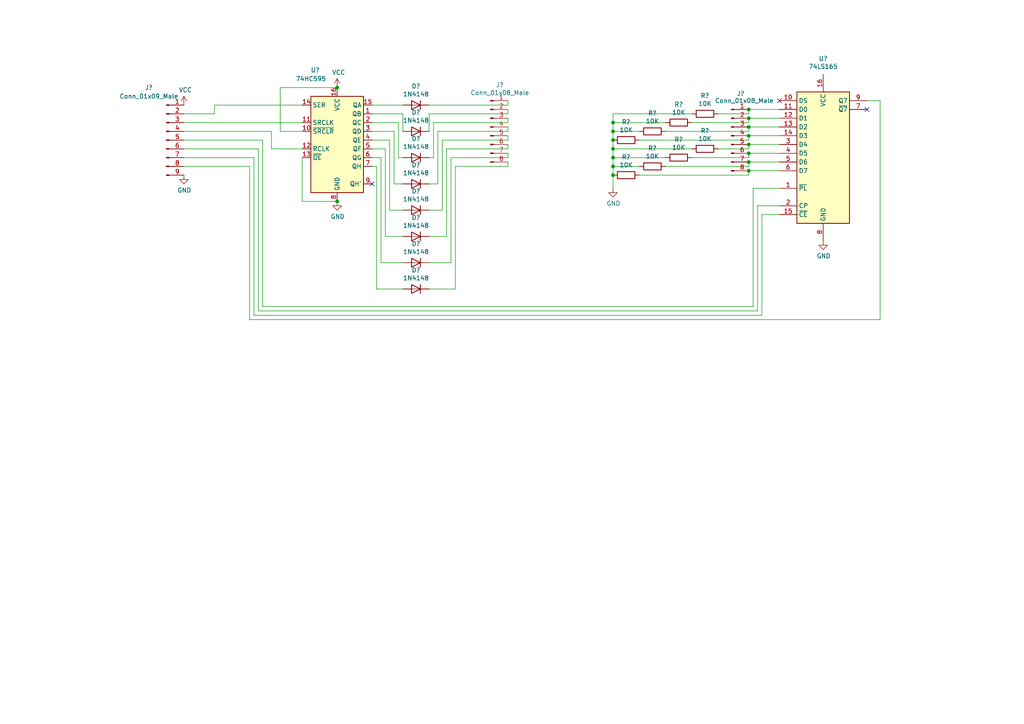
<source format=kicad_sch>
(kicad_sch (version 20211123) (generator eeschema)
  (paper "A4")
  (lib_symbols
    (symbol "74xx:74HC595"
      (property "Reference" "U" (at -7.62 13.97 0))
      (property "Value" "74HC595" (at -7.62 -16.51 0))
      (symbol "74HC595_1_0"
        (pin tri_state line (at 10.16 7.62 180) (length 2.54) (name "QB") (number "1"))
        (pin input line (at -10.16 2.54 0) (length 2.54) (name "~{SRCLR}") (number "10"))
        (pin input line (at -10.16 5.08 0) (length 2.54) (name "SRCLK") (number "11"))
        (pin input line (at -10.16 -2.54 0) (length 2.54) (name "RCLK") (number "12"))
        (pin input line (at -10.16 -5.08 0) (length 2.54) (name "~{OE}") (number "13"))
        (pin input line (at -10.16 10.16 0) (length 2.54) (name "SER") (number "14"))
        (pin tri_state line (at 10.16 10.16 180) (length 2.54) (name "QA") (number "15"))
        (pin power_in line (at 0 15.24 270) (length 2.54) (name "VCC") (number "16"))
        (pin tri_state line (at 10.16 5.08 180) (length 2.54) (name "QC") (number "2"))
        (pin tri_state line (at 10.16 2.54 180) (length 2.54) (name "QD") (number "3"))
        (pin tri_state line (at 10.16 0 180) (length 2.54) (name "QE") (number "4"))
        (pin tri_state line (at 10.16 -2.54 180) (length 2.54) (name "QF") (number "5"))
        (pin tri_state line (at 10.16 -5.08 180) (length 2.54) (name "QG") (number "6"))
        (pin tri_state line (at 10.16 -7.62 180) (length 2.54) (name "QH") (number "7"))
        (pin power_in line (at 0 -17.78 90) (length 2.54) (name "GND") (number "8"))
        (pin output line (at 10.16 -12.7 180) (length 2.54) (name "QH'") (number "9"))
      )
      (symbol "74HC595_1_1"
        (rectangle (start -7.62 12.7) (end 7.62 -15.24) (stroke (width 0.254)) (fill (type background)))
      )
    )
    (symbol "74xx:74LS165"
      (property "Reference" "U" (at -7.62 19.05 0))
      (property "Value" "74LS165" (at -7.62 -21.59 0))
      (symbol "74LS165_1_0"
        (pin input line (at -12.7 -10.16 0) (length 5.08) (name "~{PL}") (number "1"))
        (pin input line (at -12.7 15.24 0) (length 5.08) (name "DS") (number "10"))
        (pin input line (at -12.7 12.7 0) (length 5.08) (name "D0") (number "11"))
        (pin input line (at -12.7 10.16 0) (length 5.08) (name "D1") (number "12"))
        (pin input line (at -12.7 7.62 0) (length 5.08) (name "D2") (number "13"))
        (pin input line (at -12.7 5.08 0) (length 5.08) (name "D3") (number "14"))
        (pin input line (at -12.7 -17.78 0) (length 5.08) (name "~{CE}") (number "15"))
        (pin power_in line (at 0 22.86 270) (length 5.08) (name "VCC") (number "16"))
        (pin input line (at -12.7 -15.24 0) (length 5.08) (name "CP") (number "2"))
        (pin input line (at -12.7 2.54 0) (length 5.08) (name "D4") (number "3"))
        (pin input line (at -12.7 0 0) (length 5.08) (name "D5") (number "4"))
        (pin input line (at -12.7 -2.54 0) (length 5.08) (name "D6") (number "5"))
        (pin input line (at -12.7 -5.08 0) (length 5.08) (name "D7") (number "6"))
        (pin output line (at 12.7 12.7 180) (length 5.08) (name "~{Q7}") (number "7"))
        (pin power_in line (at 0 -25.4 90) (length 5.08) (name "GND") (number "8"))
        (pin output line (at 12.7 15.24 180) (length 5.08) (name "Q7") (number "9"))
      )
      (symbol "74LS165_1_1"
        (rectangle (start -7.62 17.78) (end 7.62 -20.32) (stroke (width 0.254)) (fill (type background)))
      )
    )
    (symbol "Connector:Conn_01x08_Male" (pin_names (offset 1.016) hide)
      (property "Reference" "J" (at 0 10.16 0))
      (property "Value" "Conn_01x08_Male" (at 0 -12.7 0))
      (symbol "Conn_01x08_Male_1_1"
        (polyline (pts (xy 1.27 -10.16) (xy 0.8636 -10.16)) (stroke (width 0.1524)))
        (polyline (pts (xy 1.27 -7.62) (xy 0.8636 -7.62)) (stroke (width 0.1524)))
        (polyline (pts (xy 1.27 -5.08) (xy 0.8636 -5.08)) (stroke (width 0.1524)))
        (polyline (pts (xy 1.27 -2.54) (xy 0.8636 -2.54)) (stroke (width 0.1524)))
        (polyline (pts (xy 1.27 0) (xy 0.8636 0)) (stroke (width 0.1524)))
        (polyline (pts (xy 1.27 2.54) (xy 0.8636 2.54)) (stroke (width 0.1524)))
        (polyline (pts (xy 1.27 5.08) (xy 0.8636 5.08)) (stroke (width 0.1524)))
        (polyline (pts (xy 1.27 7.62) (xy 0.8636 7.62)) (stroke (width 0.1524)))
        (rectangle (start 0.8636 -10.033) (end 0 -10.287) (stroke (width 0.1524)) (fill (type outline)))
        (rectangle (start 0.8636 -7.493) (end 0 -7.747) (stroke (width 0.1524)) (fill (type outline)))
        (rectangle (start 0.8636 -4.953) (end 0 -5.207) (stroke (width 0.1524)) (fill (type outline)))
        (rectangle (start 0.8636 -2.413) (end 0 -2.667) (stroke (width 0.1524)) (fill (type outline)))
        (rectangle (start 0.8636 0.127) (end 0 -0.127) (stroke (width 0.1524)) (fill (type outline)))
        (rectangle (start 0.8636 2.667) (end 0 2.413) (stroke (width 0.1524)) (fill (type outline)))
        (rectangle (start 0.8636 5.207) (end 0 4.953) (stroke (width 0.1524)) (fill (type outline)))
        (rectangle (start 0.8636 7.747) (end 0 7.493) (stroke (width 0.1524)) (fill (type outline)))
        (pin passive line (at 5.08 7.62 180) (length 3.81) (name "Pin_1") (number "1"))
        (pin passive line (at 5.08 5.08 180) (length 3.81) (name "Pin_2") (number "2"))
        (pin passive line (at 5.08 2.54 180) (length 3.81) (name "Pin_3") (number "3"))
        (pin passive line (at 5.08 0 180) (length 3.81) (name "Pin_4") (number "4"))
        (pin passive line (at 5.08 -2.54 180) (length 3.81) (name "Pin_5") (number "5"))
        (pin passive line (at 5.08 -5.08 180) (length 3.81) (name "Pin_6") (number "6"))
        (pin passive line (at 5.08 -7.62 180) (length 3.81) (name "Pin_7") (number "7"))
        (pin passive line (at 5.08 -10.16 180) (length 3.81) (name "Pin_8") (number "8"))
      )
    )
    (symbol "Connector:Conn_01x09_Male" (pin_names (offset 1.016) hide)
      (property "Reference" "J" (at 0 12.7 0))
      (property "Value" "Conn_01x09_Male" (at 0 -12.7 0))
      (symbol "Conn_01x09_Male_1_1"
        (polyline (pts (xy 1.27 -10.16) (xy 0.8636 -10.16)) (stroke (width 0.1524)))
        (polyline (pts (xy 1.27 -7.62) (xy 0.8636 -7.62)) (stroke (width 0.1524)))
        (polyline (pts (xy 1.27 -5.08) (xy 0.8636 -5.08)) (stroke (width 0.1524)))
        (polyline (pts (xy 1.27 -2.54) (xy 0.8636 -2.54)) (stroke (width 0.1524)))
        (polyline (pts (xy 1.27 0) (xy 0.8636 0)) (stroke (width 0.1524)))
        (polyline (pts (xy 1.27 2.54) (xy 0.8636 2.54)) (stroke (width 0.1524)))
        (polyline (pts (xy 1.27 5.08) (xy 0.8636 5.08)) (stroke (width 0.1524)))
        (polyline (pts (xy 1.27 7.62) (xy 0.8636 7.62)) (stroke (width 0.1524)))
        (polyline (pts (xy 1.27 10.16) (xy 0.8636 10.16)) (stroke (width 0.1524)))
        (rectangle (start 0.8636 -10.033) (end 0 -10.287) (stroke (width 0.1524)) (fill (type outline)))
        (rectangle (start 0.8636 -7.493) (end 0 -7.747) (stroke (width 0.1524)) (fill (type outline)))
        (rectangle (start 0.8636 -4.953) (end 0 -5.207) (stroke (width 0.1524)) (fill (type outline)))
        (rectangle (start 0.8636 -2.413) (end 0 -2.667) (stroke (width 0.1524)) (fill (type outline)))
        (rectangle (start 0.8636 0.127) (end 0 -0.127) (stroke (width 0.1524)) (fill (type outline)))
        (rectangle (start 0.8636 2.667) (end 0 2.413) (stroke (width 0.1524)) (fill (type outline)))
        (rectangle (start 0.8636 5.207) (end 0 4.953) (stroke (width 0.1524)) (fill (type outline)))
        (rectangle (start 0.8636 7.747) (end 0 7.493) (stroke (width 0.1524)) (fill (type outline)))
        (rectangle (start 0.8636 10.287) (end 0 10.033) (stroke (width 0.1524)) (fill (type outline)))
        (pin passive line (at 5.08 10.16 180) (length 3.81) (name "Pin_1") (number "1"))
        (pin passive line (at 5.08 7.62 180) (length 3.81) (name "Pin_2") (number "2"))
        (pin passive line (at 5.08 5.08 180) (length 3.81) (name "Pin_3") (number "3"))
        (pin passive line (at 5.08 2.54 180) (length 3.81) (name "Pin_4") (number "4"))
        (pin passive line (at 5.08 0 180) (length 3.81) (name "Pin_5") (number "5"))
        (pin passive line (at 5.08 -2.54 180) (length 3.81) (name "Pin_6") (number "6"))
        (pin passive line (at 5.08 -5.08 180) (length 3.81) (name "Pin_7") (number "7"))
        (pin passive line (at 5.08 -7.62 180) (length 3.81) (name "Pin_8") (number "8"))
        (pin passive line (at 5.08 -10.16 180) (length 3.81) (name "Pin_9") (number "9"))
      )
    )
    (symbol "Device:R" (pin_numbers hide) (pin_names (offset 0))
      (property "Reference" "R" (at 2.032 0 90))
      (property "Value" "R" (at 0 0 90))
      (symbol "R_0_1"
        (rectangle (start -1.016 -2.54) (end 1.016 2.54) (stroke (width 0.254)))
      )
      (symbol "R_1_1"
        (pin passive line (at 0 3.81 270) (length 1.27) (name "~") (number "1"))
        (pin passive line (at 0 -3.81 90) (length 1.27) (name "~") (number "2"))
      )
    )
    (symbol "Diode:1N4148" (pin_numbers hide) (pin_names (offset 1.016) hide)
      (property "Reference" "D" (at 0 2.54 0))
      (property "Value" "1N4148" (at 0 -2.54 0))
      (symbol "1N4148_0_1"
        (polyline (pts (xy -1.27 1.27) (xy -1.27 -1.27)) (stroke (width 0.254)))
        (polyline (pts (xy 1.27 0) (xy -1.27 0)))
        (polyline (pts (xy 1.27 1.27) (xy 1.27 -1.27) (xy -1.27 0) (xy 1.27 1.27)) (stroke (width 0.254)))
      )
      (symbol "1N4148_1_1"
        (pin passive line (at -3.81 0 0) (length 2.54) (name "K") (number "1"))
        (pin passive line (at 3.81 0 180) (length 2.54) (name "A") (number "2"))
      )
    )
    (symbol "power:GND" (power) (pin_names (offset 0))
      (property "Value" "GND" (at 0 -3.81 0))
      (symbol "GND_0_1"
        (polyline (pts (xy 0 0) (xy 0 -1.27) (xy 1.27 -1.27) (xy 0 -2.54) (xy -1.27 -1.27) (xy 0 -1.27)))
      )
      (symbol "GND_1_1"
        (pin power_in line (at 0 0 270) (length 0) hide (name "GND") (number "1"))
      )
    )
    (symbol "power:VCC" (power) (pin_names (offset 0))
      (property "Value" "VCC" (at 0 3.81 0))
      (symbol "VCC_0_1"
        (polyline (pts (xy -0.762 1.27) (xy 0 2.54)))
        (polyline (pts (xy 0 0) (xy 0 2.54)))
        (polyline (pts (xy 0 2.54) (xy 0.762 1.27)))
      )
      (symbol "VCC_1_1"
        (pin power_in line (at 0 0 90) (length 0) hide (name "VCC") (number "1"))
      )
    )
  )
  (junction (at 217.17 41.91))
  (junction (at 217.17 44.45))
  (junction (at 177.8 45.72))
  (junction (at 177.8 40.64))
  (junction (at 217.17 49.53))
  (junction (at 217.17 46.99))
  (junction (at 97.79 58.42))
  (junction (at 177.8 50.8))
  (junction (at 177.8 35.56))
  (junction (at 177.8 38.1))
  (junction (at 217.17 39.37))
  (junction (at 177.8 48.26))
  (junction (at 97.79 25.4))
  (junction (at 177.8 43.18))
  (junction (at 217.17 36.83))
  (junction (at 217.17 31.75))
  (junction (at 217.17 34.29))
  (no_connect (at 107.95 53.34))
  (no_connect (at 251.46 31.75))
  (no_connect (at 226.06 29.21))
  (wire (pts (xy 107.95 35.56) (xy 115.57 35.56)))
  (wire (pts (xy 111.76 68.58) (xy 116.84 68.58)))
  (wire (pts (xy 147.32 40.64) (xy 147.32 39.37)))
  (wire (pts (xy 226.06 36.83) (xy 217.17 36.83)))
  (wire (pts (xy 81.28 38.1) (xy 81.28 25.4)))
  (wire (pts (xy 129.54 68.58) (xy 129.54 43.18)))
  (wire (pts (xy 124.46 76.2) (xy 130.81 76.2)))
  (wire (pts (xy 78.74 38.1) (xy 53.34 38.1)))
  (wire (pts (xy 217.17 34.29) (xy 217.17 35.56)))
  (wire (pts (xy 87.63 45.72) (xy 87.63 58.42)))
  (wire (pts (xy 217.17 48.26) (xy 217.17 46.99)))
  (wire (pts (xy 76.2 88.9) (xy 76.2 40.64)))
  (wire (pts (xy 110.49 76.2) (xy 116.84 76.2)))
  (wire (pts (xy 124.46 45.72) (xy 125.73 45.72)))
  (wire (pts (xy 124.46 68.58) (xy 129.54 68.58)))
  (wire (pts (xy 177.8 33.02) (xy 177.8 35.56)))
  (wire (pts (xy 76.2 40.64) (xy 53.34 40.64)))
  (wire (pts (xy 116.84 33.02) (xy 116.84 38.1)))
  (wire (pts (xy 109.22 48.26) (xy 109.22 83.82)))
  (wire (pts (xy 147.32 33.02) (xy 147.32 31.75)))
  (wire (pts (xy 219.71 59.69) (xy 226.06 59.69)))
  (wire (pts (xy 72.39 92.71) (xy 72.39 48.26)))
  (wire (pts (xy 177.8 45.72) (xy 177.8 43.18)))
  (wire (pts (xy 177.8 33.02) (xy 200.66 33.02)))
  (wire (pts (xy 113.03 60.96) (xy 116.84 60.96)))
  (wire (pts (xy 217.17 50.8) (xy 185.42 50.8)))
  (wire (pts (xy 129.54 43.18) (xy 147.32 43.18)))
  (wire (pts (xy 107.95 48.26) (xy 109.22 48.26)))
  (wire (pts (xy 109.22 83.82) (xy 116.84 83.82)))
  (wire (pts (xy 124.46 53.34) (xy 127 53.34)))
  (wire (pts (xy 217.17 39.37) (xy 226.06 39.37)))
  (wire (pts (xy 193.04 45.72) (xy 177.8 45.72)))
  (wire (pts (xy 185.42 48.26) (xy 177.8 48.26)))
  (wire (pts (xy 217.17 34.29) (xy 226.06 34.29)))
  (wire (pts (xy 220.98 62.23) (xy 226.06 62.23)))
  (wire (pts (xy 251.46 29.21) (xy 255.27 29.21)))
  (wire (pts (xy 177.8 50.8) (xy 177.8 48.26)))
  (wire (pts (xy 200.66 43.18) (xy 177.8 43.18)))
  (wire (pts (xy 62.23 33.02) (xy 53.34 33.02)))
  (wire (pts (xy 255.27 29.21) (xy 255.27 92.71)))
  (wire (pts (xy 218.44 54.61) (xy 226.06 54.61)))
  (wire (pts (xy 217.17 44.45) (xy 226.06 44.45)))
  (wire (pts (xy 113.03 40.64) (xy 113.03 60.96)))
  (wire (pts (xy 128.27 60.96) (xy 128.27 40.64)))
  (wire (pts (xy 114.3 53.34) (xy 116.84 53.34)))
  (wire (pts (xy 132.08 83.82) (xy 132.08 48.26)))
  (wire (pts (xy 177.8 43.18) (xy 177.8 40.64)))
  (wire (pts (xy 110.49 45.72) (xy 110.49 76.2)))
  (wire (pts (xy 87.63 30.48) (xy 62.23 30.48)))
  (wire (pts (xy 72.39 48.26) (xy 53.34 48.26)))
  (wire (pts (xy 87.63 43.18) (xy 78.74 43.18)))
  (wire (pts (xy 218.44 88.9) (xy 218.44 54.61)))
  (wire (pts (xy 217.17 31.75) (xy 226.06 31.75)))
  (wire (pts (xy 220.98 91.44) (xy 220.98 62.23)))
  (wire (pts (xy 73.66 91.44) (xy 73.66 45.72)))
  (wire (pts (xy 217.17 35.56) (xy 200.66 35.56)))
  (wire (pts (xy 72.39 92.71) (xy 255.27 92.71)))
  (wire (pts (xy 217.17 36.83) (xy 217.17 38.1)))
  (wire (pts (xy 130.81 45.72) (xy 147.32 45.72)))
  (wire (pts (xy 73.66 45.72) (xy 53.34 45.72)))
  (wire (pts (xy 217.17 49.53) (xy 226.06 49.53)))
  (wire (pts (xy 73.66 91.44) (xy 220.98 91.44)))
  (wire (pts (xy 177.8 48.26) (xy 177.8 45.72)))
  (wire (pts (xy 217.17 50.8) (xy 217.17 49.53)))
  (wire (pts (xy 147.32 35.56) (xy 147.32 34.29)))
  (wire (pts (xy 128.27 40.64) (xy 147.32 40.64)))
  (wire (pts (xy 107.95 43.18) (xy 111.76 43.18)))
  (wire (pts (xy 177.8 38.1) (xy 177.8 40.64)))
  (wire (pts (xy 217.17 43.18) (xy 217.17 41.91)))
  (wire (pts (xy 81.28 25.4) (xy 97.79 25.4)))
  (wire (pts (xy 115.57 45.72) (xy 116.84 45.72)))
  (wire (pts (xy 217.17 33.02) (xy 208.28 33.02)))
  (wire (pts (xy 74.93 43.18) (xy 53.34 43.18)))
  (wire (pts (xy 114.3 38.1) (xy 114.3 53.34)))
  (wire (pts (xy 147.32 48.26) (xy 147.32 46.99)))
  (wire (pts (xy 147.32 38.1) (xy 147.32 36.83)))
  (wire (pts (xy 147.32 43.18) (xy 147.32 41.91)))
  (wire (pts (xy 177.8 35.56) (xy 177.8 38.1)))
  (wire (pts (xy 87.63 58.42) (xy 97.79 58.42)))
  (wire (pts (xy 219.71 90.17) (xy 219.71 59.69)))
  (wire (pts (xy 217.17 39.37) (xy 217.17 40.64)))
  (wire (pts (xy 217.17 40.64) (xy 185.42 40.64)))
  (wire (pts (xy 87.63 38.1) (xy 81.28 38.1)))
  (wire (pts (xy 147.32 30.48) (xy 147.32 29.21)))
  (wire (pts (xy 107.95 40.64) (xy 113.03 40.64)))
  (wire (pts (xy 132.08 48.26) (xy 147.32 48.26)))
  (wire (pts (xy 87.63 35.56) (xy 53.34 35.56)))
  (wire (pts (xy 111.76 43.18) (xy 111.76 68.58)))
  (wire (pts (xy 217.17 48.26) (xy 193.04 48.26)))
  (wire (pts (xy 217.17 45.72) (xy 200.66 45.72)))
  (wire (pts (xy 107.95 38.1) (xy 114.3 38.1)))
  (wire (pts (xy 217.17 31.75) (xy 217.17 33.02)))
  (wire (pts (xy 177.8 54.61) (xy 177.8 50.8)))
  (wire (pts (xy 107.95 45.72) (xy 110.49 45.72)))
  (wire (pts (xy 74.93 90.17) (xy 219.71 90.17)))
  (wire (pts (xy 125.73 35.56) (xy 147.32 35.56)))
  (wire (pts (xy 124.46 83.82) (xy 132.08 83.82)))
  (wire (pts (xy 124.46 38.1) (xy 124.46 33.02)))
  (wire (pts (xy 226.06 46.99) (xy 217.17 46.99)))
  (wire (pts (xy 74.93 90.17) (xy 74.93 43.18)))
  (wire (pts (xy 124.46 33.02) (xy 147.32 33.02)))
  (wire (pts (xy 127 38.1) (xy 147.32 38.1)))
  (wire (pts (xy 217.17 45.72) (xy 217.17 44.45)))
  (wire (pts (xy 62.23 30.48) (xy 62.23 33.02)))
  (wire (pts (xy 193.04 35.56) (xy 177.8 35.56)))
  (wire (pts (xy 107.95 30.48) (xy 116.84 30.48)))
  (wire (pts (xy 124.46 60.96) (xy 128.27 60.96)))
  (wire (pts (xy 125.73 45.72) (xy 125.73 35.56)))
  (wire (pts (xy 124.46 30.48) (xy 147.32 30.48)))
  (wire (pts (xy 147.32 45.72) (xy 147.32 44.45)))
  (wire (pts (xy 217.17 38.1) (xy 193.04 38.1)))
  (wire (pts (xy 127 53.34) (xy 127 38.1)))
  (wire (pts (xy 185.42 38.1) (xy 177.8 38.1)))
  (wire (pts (xy 78.74 43.18) (xy 78.74 38.1)))
  (wire (pts (xy 217.17 43.18) (xy 208.28 43.18)))
  (wire (pts (xy 226.06 41.91) (xy 217.17 41.91)))
  (wire (pts (xy 76.2 88.9) (xy 218.44 88.9)))
  (wire (pts (xy 115.57 35.56) (xy 115.57 45.72)))
  (wire (pts (xy 107.95 33.02) (xy 116.84 33.02)))
  (wire (pts (xy 130.81 76.2) (xy 130.81 45.72)))
  (symbol (lib_id "74xx:74HC595") (at 97.79 40.64 0) (unit 1)
    (property "Reference" "U?" (at 91.44 20.32 0))
    (property "Value" "74HC595" (at 90.17 22.86 0))
    (property "Datasheet" "http://www.ti.com/lit/ds/symlink/sn74hc595.pdf" (effects hide))
  )
  (symbol (lib_id "74xx:74LS165") (at 238.76 44.45 0) (unit 1)
    (property "Reference" "U?" (at 238.76 16.9926 0))
    (property "Value" "74LS165" (at 238.76 19.304 0))
    (property "Datasheet" "http://www.ti.com/lit/gpn/sn74LS165" (effects hide))
  )
  (symbol (lib_id "Device:R") (at 204.47 33.02 270) (unit 1)
    (property "Reference" "R?" (at 204.47 27.7622 90))
    (property "Value" "10K" (at 204.47 30.0736 90))
  )
  (symbol (lib_id "Device:R") (at 196.85 35.56 270) (unit 1)
    (property "Reference" "R?" (at 196.85 30.3022 90))
    (property "Value" "10K" (at 196.85 32.6136 90))
  )
  (symbol (lib_id "Device:R") (at 189.23 38.1 270) (unit 1)
    (property "Reference" "R?" (at 189.23 32.8422 90))
    (property "Value" "10K" (at 189.23 35.1536 90))
  )
  (symbol (lib_id "Device:R") (at 181.61 40.64 270) (unit 1)
    (property "Reference" "R?" (at 181.61 35.3822 90))
    (property "Value" "10K" (at 181.61 37.6936 90))
  )
  (symbol (lib_id "power:GND") (at 97.79 58.42 0) (unit 1)
    (property "Reference" "#PWR?" (effects hide))
    (property "Value" "GND" (at 97.917 62.8142 0))
  )
  (symbol (lib_id "power:GND") (at 238.76 69.85 0) (unit 1)
    (property "Reference" "#PWR?" (effects hide))
    (property "Value" "GND" (at 238.887 74.2442 0))
  )
  (symbol (lib_id "Connector:Conn_01x08_Male") (at 142.24 36.83 0) (unit 1)
    (property "Reference" "J?" (at 144.9832 24.6126 0))
    (property "Value" "Conn_01x08_Male" (at 144.9832 26.924 0))
  )
  (symbol (lib_id "Connector:Conn_01x08_Male") (at 212.09 39.37 0) (unit 1)
    (property "Reference" "J?" (at 214.8332 27.1526 0))
    (property "Value" "Conn_01x08_Male" (at 215.9 29.21 0))
  )
  (symbol (lib_id "power:VCC") (at 97.79 25.4 0) (unit 1)
    (property "Reference" "#PWR?" (effects hide))
    (property "Value" "VCC" (at 98.2218 21.0058 0))
  )
  (symbol (lib_id "Connector:Conn_01x09_Male") (at 48.26 40.64 0) (unit 1)
    (property "Reference" "J?" (at 43.18 25.4 0))
    (property "Value" "Conn_01x09_Male" (at 43.18 27.94 0))
  )
  (symbol (lib_id "power:VCC") (at 53.34 30.48 0) (unit 1)
    (property "Reference" "#PWR?" (effects hide))
    (property "Value" "VCC" (at 53.7718 26.0858 0))
  )
  (symbol (lib_id "power:GND") (at 53.34 50.8 0) (unit 1)
    (property "Reference" "#PWR?" (effects hide))
    (property "Value" "GND" (at 53.467 55.1942 0))
  )
  (symbol (lib_id "Diode:1N4148") (at 120.65 30.48 180) (unit 1)
    (property "Reference" "D?" (at 120.65 24.9936 0))
    (property "Value" "1N4148" (at 120.65 27.305 0))
    (property "Footprint" "Diode_THT:D_DO-35_SOD27_P7.62mm_Horizontal" (effects hide))
    (property "Datasheet" "https://assets.nexperia.com/documents/data-sheet/1N4148_1N4448.pdf" (effects hide))
  )
  (symbol (lib_id "Diode:1N4148") (at 120.65 38.1 180) (unit 1)
    (property "Reference" "D?" (at 120.65 32.6136 0))
    (property "Value" "1N4148" (at 120.65 34.925 0))
    (property "Footprint" "Diode_THT:D_DO-35_SOD27_P7.62mm_Horizontal" (effects hide))
    (property "Datasheet" "https://assets.nexperia.com/documents/data-sheet/1N4148_1N4448.pdf" (effects hide))
  )
  (symbol (lib_id "Diode:1N4148") (at 120.65 45.72 180) (unit 1)
    (property "Reference" "D?" (at 120.65 40.2336 0))
    (property "Value" "1N4148" (at 120.65 42.545 0))
    (property "Footprint" "Diode_THT:D_DO-35_SOD27_P7.62mm_Horizontal" (effects hide))
    (property "Datasheet" "https://assets.nexperia.com/documents/data-sheet/1N4148_1N4448.pdf" (effects hide))
  )
  (symbol (lib_id "Diode:1N4148") (at 120.65 53.34 180) (unit 1)
    (property "Reference" "D?" (at 120.65 47.8536 0))
    (property "Value" "1N4148" (at 120.65 50.165 0))
    (property "Footprint" "Diode_THT:D_DO-35_SOD27_P7.62mm_Horizontal" (effects hide))
    (property "Datasheet" "https://assets.nexperia.com/documents/data-sheet/1N4148_1N4448.pdf" (effects hide))
  )
  (symbol (lib_id "Diode:1N4148") (at 120.65 60.96 180) (unit 1)
    (property "Reference" "D?" (at 120.65 55.4736 0))
    (property "Value" "1N4148" (at 120.65 57.785 0))
    (property "Footprint" "Diode_THT:D_DO-35_SOD27_P7.62mm_Horizontal" (effects hide))
    (property "Datasheet" "https://assets.nexperia.com/documents/data-sheet/1N4148_1N4448.pdf" (effects hide))
  )
  (symbol (lib_id "Diode:1N4148") (at 120.65 68.58 180) (unit 1)
    (property "Reference" "D?" (at 120.65 63.0936 0))
    (property "Value" "1N4148" (at 120.65 65.405 0))
    (property "Footprint" "Diode_THT:D_DO-35_SOD27_P7.62mm_Horizontal" (effects hide))
    (property "Datasheet" "https://assets.nexperia.com/documents/data-sheet/1N4148_1N4448.pdf" (effects hide))
  )
  (symbol (lib_id "Diode:1N4148") (at 120.65 76.2 180) (unit 1)
    (property "Reference" "D?" (at 120.65 70.7136 0))
    (property "Value" "1N4148" (at 120.65 73.025 0))
    (property "Footprint" "Diode_THT:D_DO-35_SOD27_P7.62mm_Horizontal" (effects hide))
    (property "Datasheet" "https://assets.nexperia.com/documents/data-sheet/1N4148_1N4448.pdf" (effects hide))
  )
  (symbol (lib_id "Diode:1N4148") (at 120.65 83.82 180) (unit 1)
    (property "Reference" "D?" (at 120.65 78.3336 0))
    (property "Value" "1N4148" (at 120.65 80.645 0))
    (property "Footprint" "Diode_THT:D_DO-35_SOD27_P7.62mm_Horizontal" (effects hide))
    (property "Datasheet" "https://assets.nexperia.com/documents/data-sheet/1N4148_1N4448.pdf" (effects hide))
  )
  (symbol (lib_id "Device:R") (at 204.47 43.18 270) (unit 1)
    (property "Reference" "R?" (at 204.47 37.9222 90))
    (property "Value" "10K" (at 204.47 40.2336 90))
  )
  (symbol (lib_id "Device:R") (at 196.85 45.72 270) (unit 1)
    (property "Reference" "R?" (at 196.85 40.4622 90))
    (property "Value" "10K" (at 196.85 42.7736 90))
  )
  (symbol (lib_id "Device:R") (at 189.23 48.26 270) (unit 1)
    (property "Reference" "R?" (at 189.23 43.0022 90))
    (property "Value" "10K" (at 189.23 45.3136 90))
  )
  (symbol (lib_id "Device:R") (at 181.61 50.8 270) (unit 1)
    (property "Reference" "R?" (at 181.61 45.5422 90))
    (property "Value" "10K" (at 181.61 47.8536 90))
  )
  (symbol (lib_id "power:GND") (at 177.8 54.61 0) (unit 1)
    (property "Reference" "#PWR?" (effects hide))
    (property "Value" "GND" (at 177.927 59.0042 0))
  )
)
</source>
